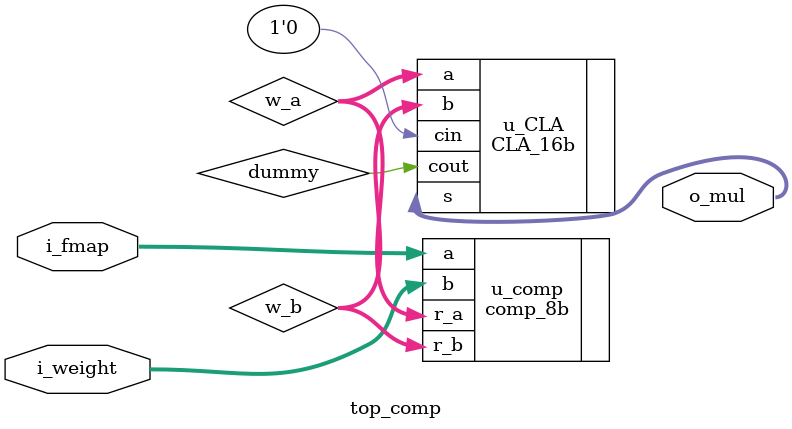
<source format=v>
module top_comp #(
    parameter I_F_BW = 8,
    parameter W_BW = 8,
    parameter M_BW = 16
)
(
    input   [I_F_BW-1:0] i_fmap,
    input   [W_BW-1:0]   i_weight,
    output  [M_BW-1:0]   o_mul
);

wire dummy;
wire [M_BW-1:0] w_a, w_b;

comp_8b u_comp (.a(i_fmap), .b(i_weight), .r_a(w_a), .r_b(w_b));

CLA_16b u_CLA (.a(w_a), .b(w_b), .cin(1'b0), .s(o_mul), .cout(dummy));

endmodule
</source>
